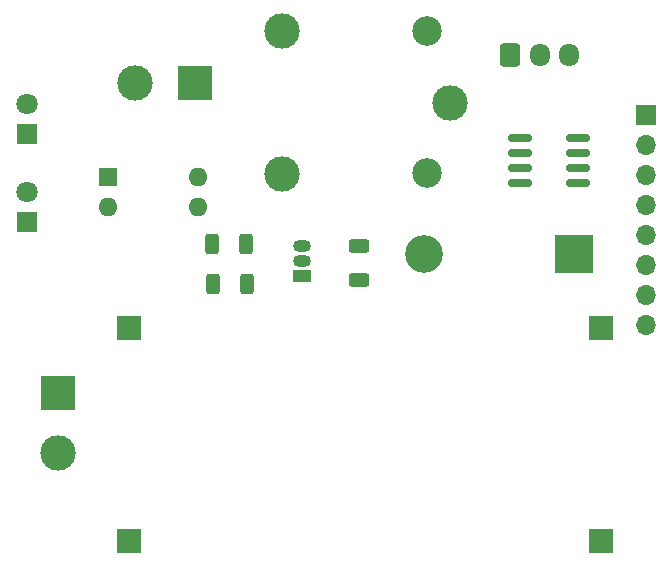
<source format=gbr>
%TF.GenerationSoftware,KiCad,Pcbnew,8.0.4*%
%TF.CreationDate,2024-11-13T12:07:51+05:30*%
%TF.ProjectId,cccccccc,63636363-6363-4636-932e-6b696361645f,rev?*%
%TF.SameCoordinates,Original*%
%TF.FileFunction,Soldermask,Top*%
%TF.FilePolarity,Negative*%
%FSLAX46Y46*%
G04 Gerber Fmt 4.6, Leading zero omitted, Abs format (unit mm)*
G04 Created by KiCad (PCBNEW 8.0.4) date 2024-11-13 12:07:51*
%MOMM*%
%LPD*%
G01*
G04 APERTURE LIST*
G04 Aperture macros list*
%AMRoundRect*
0 Rectangle with rounded corners*
0 $1 Rounding radius*
0 $2 $3 $4 $5 $6 $7 $8 $9 X,Y pos of 4 corners*
0 Add a 4 corners polygon primitive as box body*
4,1,4,$2,$3,$4,$5,$6,$7,$8,$9,$2,$3,0*
0 Add four circle primitives for the rounded corners*
1,1,$1+$1,$2,$3*
1,1,$1+$1,$4,$5*
1,1,$1+$1,$6,$7*
1,1,$1+$1,$8,$9*
0 Add four rect primitives between the rounded corners*
20,1,$1+$1,$2,$3,$4,$5,0*
20,1,$1+$1,$4,$5,$6,$7,0*
20,1,$1+$1,$6,$7,$8,$9,0*
20,1,$1+$1,$8,$9,$2,$3,0*%
G04 Aperture macros list end*
%ADD10R,2.000000X2.000000*%
%ADD11R,1.800000X1.800000*%
%ADD12C,1.800000*%
%ADD13R,3.000000X3.000000*%
%ADD14C,3.000000*%
%ADD15RoundRect,0.250000X-0.312500X-0.625000X0.312500X-0.625000X0.312500X0.625000X-0.312500X0.625000X0*%
%ADD16RoundRect,0.150000X-0.825000X-0.150000X0.825000X-0.150000X0.825000X0.150000X-0.825000X0.150000X0*%
%ADD17RoundRect,0.250000X0.625000X-0.312500X0.625000X0.312500X-0.625000X0.312500X-0.625000X-0.312500X0*%
%ADD18C,2.500000*%
%ADD19RoundRect,0.250000X-0.600000X-0.725000X0.600000X-0.725000X0.600000X0.725000X-0.600000X0.725000X0*%
%ADD20O,1.700000X1.950000*%
%ADD21R,3.200000X3.200000*%
%ADD22O,3.200000X3.200000*%
%ADD23R,1.600000X1.600000*%
%ADD24O,1.600000X1.600000*%
%ADD25R,1.500000X1.050000*%
%ADD26O,1.500000X1.050000*%
%ADD27R,1.700000X1.700000*%
%ADD28O,1.700000X1.700000*%
G04 APERTURE END LIST*
D10*
%TO.C,U1*%
X168795000Y-97795000D03*
X168795000Y-79795000D03*
X128795000Y-97795000D03*
X128795000Y-79795000D03*
%TD*%
D11*
%TO.C,power*%
X120150000Y-63340000D03*
D12*
X120150000Y-60800000D03*
%TD*%
D11*
%TO.C,RL_S/g*%
X120150000Y-70840000D03*
D12*
X120150000Y-68300000D03*
%TD*%
D13*
%TO.C,Output_16v1*%
X134380000Y-59000000D03*
D14*
X129300000Y-59000000D03*
%TD*%
D15*
%TO.C,R2*%
X135910000Y-76070000D03*
X138835000Y-76070000D03*
%TD*%
D16*
%TO.C,U2*%
X161885000Y-63720000D03*
X161885000Y-64990000D03*
X161885000Y-66260000D03*
X161885000Y-67530000D03*
X166835000Y-67530000D03*
X166835000Y-66260000D03*
X166835000Y-64990000D03*
X166835000Y-63720000D03*
%TD*%
D15*
%TO.C,R1*%
X135840000Y-72700000D03*
X138765000Y-72700000D03*
%TD*%
D17*
%TO.C,R3*%
X148292500Y-75762500D03*
X148292500Y-72837500D03*
%TD*%
D14*
%TO.C,K1*%
X155960000Y-60720000D03*
D18*
X154010000Y-54670000D03*
D14*
X141810000Y-54670000D03*
X141760000Y-66720000D03*
D18*
X154010000Y-66670000D03*
%TD*%
D19*
%TO.C,IR_sensor1*%
X161100000Y-56630000D03*
D20*
X163600000Y-56630000D03*
X166100000Y-56630000D03*
%TD*%
D21*
%TO.C,D1*%
X166490000Y-73540000D03*
D22*
X153790000Y-73540000D03*
%TD*%
D23*
%TO.C,U3*%
X127080000Y-66975000D03*
D24*
X127080000Y-69515000D03*
X134700000Y-69515000D03*
X134700000Y-66975000D03*
%TD*%
D25*
%TO.C,Q1*%
X143482500Y-75390000D03*
D26*
X143482500Y-74120000D03*
X143482500Y-72850000D03*
%TD*%
D27*
%TO.C,J1*%
X172550000Y-61725000D03*
D28*
X172550000Y-64265000D03*
X172550000Y-66805000D03*
X172550000Y-69345000D03*
X172550000Y-71885000D03*
X172550000Y-74425000D03*
X172550000Y-76965000D03*
X172550000Y-79505000D03*
%TD*%
D13*
%TO.C,V_input1*%
X122810000Y-85260000D03*
D14*
X122810000Y-90340000D03*
%TD*%
M02*

</source>
